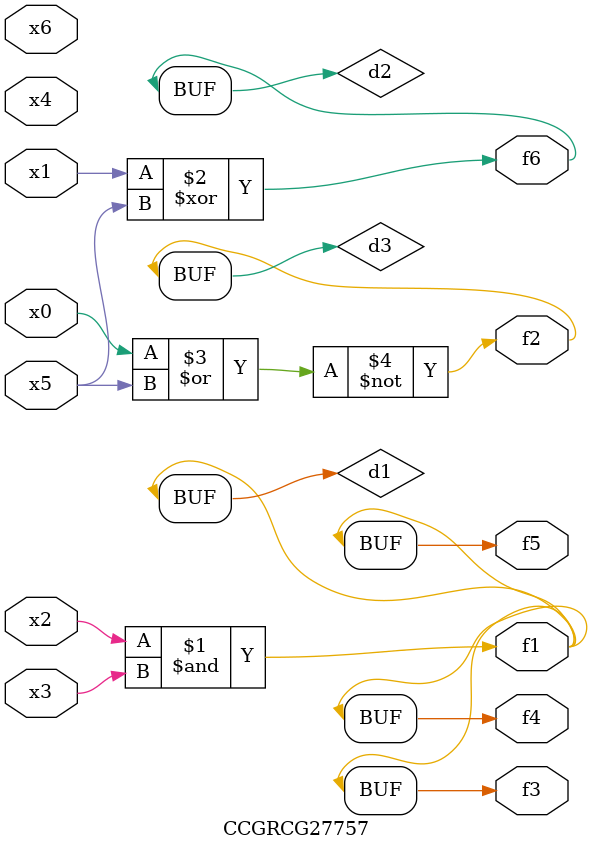
<source format=v>
module CCGRCG27757(
	input x0, x1, x2, x3, x4, x5, x6,
	output f1, f2, f3, f4, f5, f6
);

	wire d1, d2, d3;

	and (d1, x2, x3);
	xor (d2, x1, x5);
	nor (d3, x0, x5);
	assign f1 = d1;
	assign f2 = d3;
	assign f3 = d1;
	assign f4 = d1;
	assign f5 = d1;
	assign f6 = d2;
endmodule

</source>
